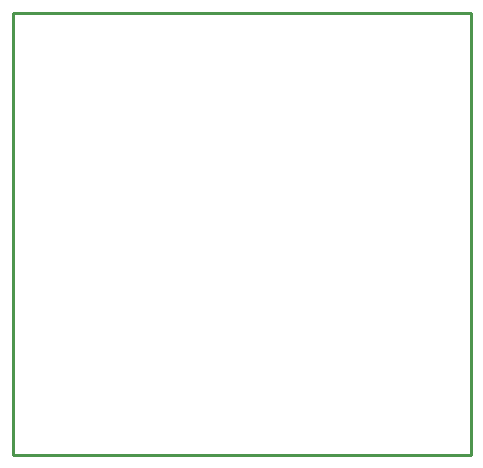
<source format=gm1>
G04*
G04 #@! TF.GenerationSoftware,Altium Limited,Altium Designer,22.0.2 (36)*
G04*
G04 Layer_Color=16711935*
%FSLAX25Y25*%
%MOIN*%
G70*
G04*
G04 #@! TF.SameCoordinates,6254A404-E27F-44A1-9D7E-EC7B5FB13BA1*
G04*
G04*
G04 #@! TF.FilePolarity,Positive*
G04*
G01*
G75*
%ADD11C,0.01000*%
D11*
Y147500D01*
Y0D02*
X152500D01*
X152500Y147500D02*
X152500Y0D01*
X0Y147500D02*
X152500D01*
M02*

</source>
